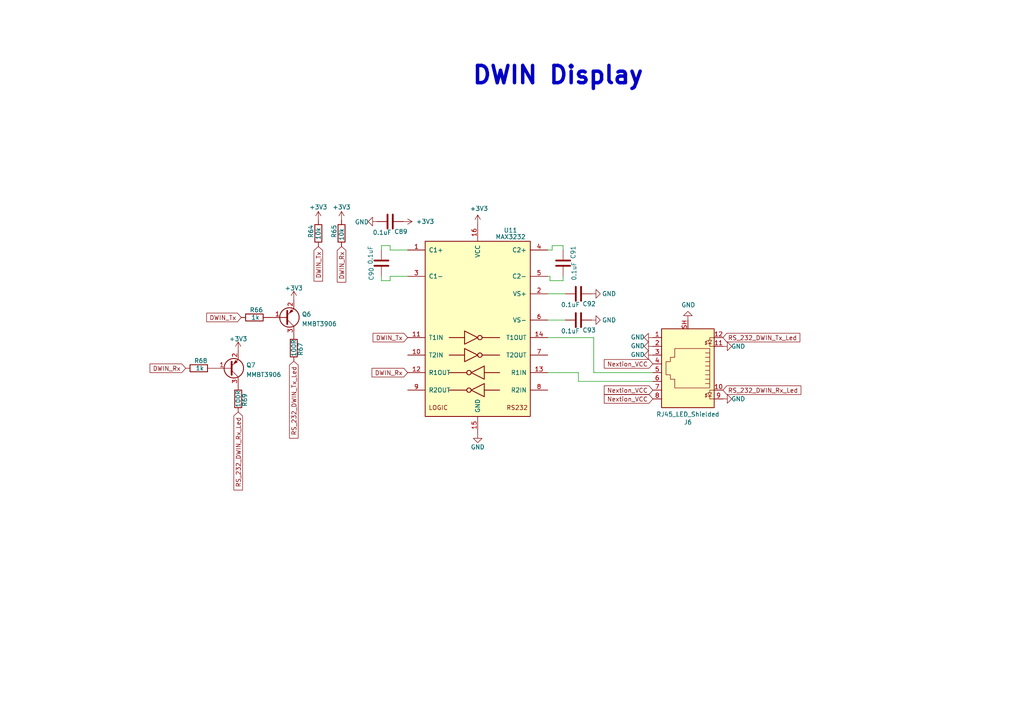
<source format=kicad_sch>
(kicad_sch (version 20211123) (generator eeschema)
  (paper "A4")
  (lib_symbols
    (symbol "Connector:RJ45_LED_Shielded" (pin_names (offset 1.016))
      (property "Reference" "J" (at -5.08 13.97 0))
      (property "Value" "RJ45_LED_Shielded" (at 1.27 13.97 0))
      (symbol "RJ45_LED_Shielded_0_1"
        (polyline (pts (xy -7.62 -7.62) (xy -6.35 -7.62)))
        (polyline (pts (xy -7.62 -5.08) (xy -6.35 -5.08)))
        (polyline (pts (xy -7.62 7.62) (xy -6.35 7.62)))
        (polyline (pts (xy -7.62 10.16) (xy -6.35 10.16)))
        (polyline (pts (xy -6.858 -5.842) (xy -5.842 -5.842)))
        (polyline (pts (xy -6.858 9.398) (xy -5.842 9.398)))
        (polyline (pts (xy -6.35 -7.62) (xy -6.35 -6.858)))
        (polyline (pts (xy -6.35 -5.08) (xy -6.35 -5.842)))
        (polyline (pts (xy -6.35 7.62) (xy -6.35 8.382)))
        (polyline (pts (xy -6.35 10.16) (xy -6.35 9.398)))
        (polyline (pts (xy -5.08 -6.223) (xy -5.207 -6.604)))
        (polyline (pts (xy -5.08 -5.588) (xy -5.207 -5.969)))
        (polyline (pts (xy -5.08 4.445) (xy -6.35 4.445)))
        (polyline (pts (xy -5.08 5.715) (xy -6.35 5.715)))
        (polyline (pts (xy -5.08 9.017) (xy -5.207 8.636)))
        (polyline (pts (xy -5.08 9.652) (xy -5.207 9.271)))
        (polyline (pts (xy -6.35 -3.175) (xy -5.08 -3.175) (xy -5.08 -3.175)))
        (polyline (pts (xy -6.35 -1.905) (xy -5.08 -1.905) (xy -5.08 -1.905)))
        (polyline (pts (xy -6.35 -0.635) (xy -5.08 -0.635) (xy -5.08 -0.635)))
        (polyline (pts (xy -6.35 0.635) (xy -5.08 0.635) (xy -5.08 0.635)))
        (polyline (pts (xy -6.35 1.905) (xy -5.08 1.905) (xy -5.08 1.905)))
        (polyline (pts (xy -5.588 -6.731) (xy -5.08 -6.223) (xy -5.461 -6.35)))
        (polyline (pts (xy -5.588 -6.096) (xy -5.08 -5.588) (xy -5.461 -5.715)))
        (polyline (pts (xy -5.588 8.509) (xy -5.08 9.017) (xy -5.461 8.89)))
        (polyline (pts (xy -5.588 9.144) (xy -5.08 9.652) (xy -5.461 9.525)))
        (polyline (pts (xy -5.08 3.175) (xy -6.35 3.175) (xy -6.35 3.175)))
        (polyline (pts (xy -6.35 -5.842) (xy -6.858 -6.858) (xy -5.842 -6.858) (xy -6.35 -5.842)))
        (polyline (pts (xy -6.35 9.398) (xy -6.858 8.382) (xy -5.842 8.382) (xy -6.35 9.398)))
        (polyline (pts (xy -6.35 -4.445) (xy -6.35 6.985) (xy 3.81 6.985) (xy 3.81 4.445) (xy 5.08 4.445) (xy 5.08 3.175) (xy 6.35 3.175) (xy 6.35 -0.635) (xy 5.08 -0.635) (xy 5.08 -1.905) (xy 3.81 -1.905) (xy 3.81 -4.445) (xy -6.35 -4.445) (xy -6.35 -4.445)))
        (rectangle (start 7.62 12.7) (end -7.62 -10.16) (stroke (width 0.254)) (fill (type background)))
      )
      (symbol "RJ45_LED_Shielded_1_1"
        (pin passive line (at 10.16 -7.62 180) (length 2.54) (name "~") (number "1"))
        (pin passive line (at -10.16 7.62 0) (length 2.54) (name "~") (number "10"))
        (pin passive line (at -10.16 -5.08 0) (length 2.54) (name "~") (number "11"))
        (pin passive line (at -10.16 -7.62 0) (length 2.54) (name "~") (number "12"))
        (pin passive line (at 10.16 -5.08 180) (length 2.54) (name "~") (number "2"))
        (pin passive line (at 10.16 -2.54 180) (length 2.54) (name "~") (number "3"))
        (pin passive line (at 10.16 0 180) (length 2.54) (name "~") (number "4"))
        (pin passive line (at 10.16 2.54 180) (length 2.54) (name "~") (number "5"))
        (pin passive line (at 10.16 5.08 180) (length 2.54) (name "~") (number "6"))
        (pin passive line (at 10.16 7.62 180) (length 2.54) (name "~") (number "7"))
        (pin passive line (at 10.16 10.16 180) (length 2.54) (name "~") (number "8"))
        (pin passive line (at -10.16 10.16 0) (length 2.54) (name "~") (number "9"))
        (pin passive line (at 0 -12.7 90) (length 2.54) (name "~") (number "SH"))
      )
    )
    (symbol "Device:C" (pin_numbers hide) (pin_names (offset 0.254))
      (property "Reference" "C" (at 0.635 2.54 0))
      (property "Value" "C" (at 0.635 -2.54 0))
      (symbol "C_0_1"
        (polyline (pts (xy -2.032 -0.762) (xy 2.032 -0.762)) (stroke (width 0.508)))
        (polyline (pts (xy -2.032 0.762) (xy 2.032 0.762)) (stroke (width 0.508)))
      )
      (symbol "C_1_1"
        (pin passive line (at 0 3.81 270) (length 2.794) (name "~") (number "1"))
        (pin passive line (at 0 -3.81 90) (length 2.794) (name "~") (number "2"))
      )
    )
    (symbol "Device:R" (pin_numbers hide) (pin_names (offset 0))
      (property "Reference" "R" (at 2.032 0 90))
      (property "Value" "R" (at 0 0 90))
      (symbol "R_0_1"
        (rectangle (start -1.016 -2.54) (end 1.016 2.54) (stroke (width 0.254)))
      )
      (symbol "R_1_1"
        (pin passive line (at 0 3.81 270) (length 1.27) (name "~") (number "1"))
        (pin passive line (at 0 -3.81 90) (length 1.27) (name "~") (number "2"))
      )
    )
    (symbol "Interface_UART:MAX3232" (pin_names (offset 1.016))
      (property "Reference" "U" (at -2.54 28.575 0))
      (property "Value" "MAX3232" (at -2.54 26.67 0))
      (symbol "MAX3232_0_0"
        (text "LOGIC" (at -11.43 -22.86 0) (effects (font (size 1.27 1.27))))
        (text "RS232" (at 11.43 -22.86 0) (effects (font (size 1.27 1.27))))
      )
      (symbol "MAX3232_0_1"
        (rectangle (start -15.24 -25.4) (end 15.24 25.4) (stroke (width 0.254)) (fill (type background)))
        (circle (center -2.54 -17.78) (radius 0.635) (stroke (width 0.254)))
        (circle (center -2.54 -12.7) (radius 0.635) (stroke (width 0.254)))
        (polyline (pts (xy -3.81 -7.62) (xy -8.255 -7.62)) (stroke (width 0.254)))
        (polyline (pts (xy -3.81 -2.54) (xy -8.255 -2.54)) (stroke (width 0.254)))
        (polyline (pts (xy -3.175 -17.78) (xy -8.255 -17.78)) (stroke (width 0.254)))
        (polyline (pts (xy -3.175 -12.7) (xy -8.255 -12.7)) (stroke (width 0.254)))
        (polyline (pts (xy 1.27 -7.62) (xy 6.35 -7.62)) (stroke (width 0.254)))
        (polyline (pts (xy 1.27 -2.54) (xy 6.35 -2.54)) (stroke (width 0.254)))
        (polyline (pts (xy 1.905 -17.78) (xy 6.35 -17.78)) (stroke (width 0.254)))
        (polyline (pts (xy 1.905 -12.7) (xy 6.35 -12.7)) (stroke (width 0.254)))
        (polyline (pts (xy -3.81 -5.715) (xy -3.81 -9.525) (xy 0 -7.62) (xy -3.81 -5.715)) (stroke (width 0.254)))
        (polyline (pts (xy -3.81 -0.635) (xy -3.81 -4.445) (xy 0 -2.54) (xy -3.81 -0.635)) (stroke (width 0.254)))
        (polyline (pts (xy 1.905 -15.875) (xy 1.905 -19.685) (xy -1.905 -17.78) (xy 1.905 -15.875)) (stroke (width 0.254)))
        (polyline (pts (xy 1.905 -10.795) (xy 1.905 -14.605) (xy -1.905 -12.7) (xy 1.905 -10.795)) (stroke (width 0.254)))
        (circle (center 0.635 -7.62) (radius 0.635) (stroke (width 0.254)))
        (circle (center 0.635 -2.54) (radius 0.635) (stroke (width 0.254)))
      )
      (symbol "MAX3232_1_1"
        (pin passive line (at -20.32 22.86 0) (length 5.08) (name "C1+") (number "1"))
        (pin input line (at -20.32 -7.62 0) (length 5.08) (name "T2IN") (number "10"))
        (pin input line (at -20.32 -2.54 0) (length 5.08) (name "T1IN") (number "11"))
        (pin output line (at -20.32 -12.7 0) (length 5.08) (name "R1OUT") (number "12"))
        (pin input line (at 20.32 -12.7 180) (length 5.08) (name "R1IN") (number "13"))
        (pin output line (at 20.32 -2.54 180) (length 5.08) (name "T1OUT") (number "14"))
        (pin power_in line (at 0 -30.48 90) (length 5.08) (name "GND") (number "15"))
        (pin power_in line (at 0 30.48 270) (length 5.08) (name "VCC") (number "16"))
        (pin power_out line (at 20.32 10.16 180) (length 5.08) (name "VS+") (number "2"))
        (pin passive line (at -20.32 15.24 0) (length 5.08) (name "C1-") (number "3"))
        (pin passive line (at 20.32 22.86 180) (length 5.08) (name "C2+") (number "4"))
        (pin passive line (at 20.32 15.24 180) (length 5.08) (name "C2-") (number "5"))
        (pin power_out line (at 20.32 2.54 180) (length 5.08) (name "VS-") (number "6"))
        (pin output line (at 20.32 -7.62 180) (length 5.08) (name "T2OUT") (number "7"))
        (pin input line (at 20.32 -17.78 180) (length 5.08) (name "R2IN") (number "8"))
        (pin output line (at -20.32 -17.78 0) (length 5.08) (name "R2OUT") (number "9"))
      )
    )
    (symbol "Transistor_BJT:MMBT3906" (pin_names (offset 0) hide)
      (property "Reference" "Q" (at 5.08 1.905 0))
      (property "Value" "MMBT3906" (at 5.08 0 0))
      (symbol "MMBT3906_0_1"
        (polyline (pts (xy 0.635 0.635) (xy 2.54 2.54)))
        (polyline (pts (xy 0.635 -0.635) (xy 2.54 -2.54) (xy 2.54 -2.54)))
        (polyline (pts (xy 0.635 1.905) (xy 0.635 -1.905) (xy 0.635 -1.905)) (stroke (width 0.508)))
        (polyline (pts (xy 2.286 -1.778) (xy 1.778 -2.286) (xy 1.27 -1.27) (xy 2.286 -1.778) (xy 2.286 -1.778)) (fill (type outline)))
        (circle (center 1.27 0) (radius 2.8194) (stroke (width 0.254)))
      )
      (symbol "MMBT3906_1_1"
        (pin input line (at -5.08 0 0) (length 5.715) (name "B") (number "1"))
        (pin passive line (at 2.54 -5.08 90) (length 2.54) (name "E") (number "2"))
        (pin passive line (at 2.54 5.08 270) (length 2.54) (name "C") (number "3"))
      )
    )
    (symbol "power:+3.3V" (power) (pin_names (offset 0))
      (property "Value" "+3.3V" (at 0 3.556 0))
      (symbol "+3.3V_0_1"
        (polyline (pts (xy -0.762 1.27) (xy 0 2.54)))
        (polyline (pts (xy 0 0) (xy 0 2.54)))
        (polyline (pts (xy 0 2.54) (xy 0.762 1.27)))
      )
      (symbol "+3.3V_1_1"
        (pin power_in line (at 0 0 90) (length 0) hide (name "+3V3") (number "1"))
      )
    )
    (symbol "power:GND" (power) (pin_names (offset 0))
      (property "Value" "GND" (at 0 -3.81 0))
      (symbol "GND_0_1"
        (polyline (pts (xy 0 0) (xy 0 -1.27) (xy 1.27 -1.27) (xy 0 -2.54) (xy -1.27 -1.27) (xy 0 -1.27)))
      )
      (symbol "GND_1_1"
        (pin power_in line (at 0 0 270) (length 0) hide (name "GND") (number "1"))
      )
    )
  )
  (wire (pts (xy 167.767 110.617) (xy 167.767 108.077)))
  (wire (pts (xy 163.322 81.407) (xy 163.322 80.137)))
  (wire (pts (xy 158.877 85.217) (xy 163.957 85.217)))
  (wire (pts (xy 160.147 72.517) (xy 160.147 71.247)))
  (wire (pts (xy 158.877 80.137) (xy 159.512 80.137)))
  (wire (pts (xy 159.512 80.137) (xy 159.512 81.407)))
  (wire (pts (xy 110.617 81.407) (xy 113.157 81.407)))
  (wire (pts (xy 172.212 97.917) (xy 158.877 97.917)))
  (wire (pts (xy 113.157 80.137) (xy 118.237 80.137)))
  (wire (pts (xy 167.767 108.077) (xy 158.877 108.077)))
  (wire (pts (xy 113.157 81.407) (xy 113.157 80.137)))
  (wire (pts (xy 110.617 80.137) (xy 110.617 81.407)))
  (wire (pts (xy 110.617 72.517) (xy 110.617 71.247)))
  (wire (pts (xy 189.357 110.617) (xy 167.767 110.617)))
  (wire (pts (xy 172.212 108.077) (xy 172.212 97.917)))
  (wire (pts (xy 160.147 71.247) (xy 163.322 71.247)))
  (wire (pts (xy 110.617 71.247) (xy 113.157 71.247)))
  (wire (pts (xy 189.357 108.077) (xy 172.212 108.077)))
  (wire (pts (xy 163.957 92.837) (xy 158.877 92.837)))
  (wire (pts (xy 163.322 71.247) (xy 163.322 72.517)))
  (wire (pts (xy 113.157 72.517) (xy 118.237 72.517)))
  (wire (pts (xy 158.877 72.517) (xy 160.147 72.517)))
  (wire (pts (xy 159.512 81.407) (xy 163.322 81.407)))
  (wire (pts (xy 113.157 71.247) (xy 113.157 72.517)))
  (text "DWIN Display" (at 136.652 24.892 0) (effects (font (size 5.0038 5.0038) (thickness 1.0008) bold) (justify left bottom)))
  (global_label "DWIN_Rx" (shape input) (at 99.06 71.501 270) (property "Intersheet References" "${INTERSHEET_REFS}" (effects hide)))
  (global_label "DWIN_Rx" (shape input) (at 53.848 106.807 180) (property "Intersheet References" "${INTERSHEET_REFS}" (effects hide)))
  (global_label "DWIN_Tx" (shape input) (at 92.329 71.501 270) (property "Intersheet References" "${INTERSHEET_REFS}" (effects hide)))
  (global_label "DWIN_Tx" (shape input) (at 69.977 92.075 180) (property "Intersheet References" "${INTERSHEET_REFS}" (effects hide)))
  (global_label "Nextion_VCC" (shape input) (at 189.357 105.537 180) (property "Intersheet References" "${INTERSHEET_REFS}" (effects hide)))
  (global_label "RS_232_DWIN_Rx_Led" (shape input) (at 209.677 113.157 0) (property "Intersheet References" "${INTERSHEET_REFS}" (effects hide)))
  (global_label "DWIN_Rx" (shape input) (at 118.237 108.077 180) (property "Intersheet References" "${INTERSHEET_REFS}" (effects hide)))
  (global_label "Nextion_VCC" (shape input) (at 189.357 115.697 180) (property "Intersheet References" "${INTERSHEET_REFS}" (effects hide)))
  (global_label "RS_232_DWIN_Tx_Led" (shape input) (at 85.217 104.775 270) (property "Intersheet References" "${INTERSHEET_REFS}" (effects hide)))
  (global_label "RS_232_DWIN_Rx_Led" (shape input) (at 69.088 119.507 270) (property "Intersheet References" "${INTERSHEET_REFS}" (effects hide)))
  (global_label "DWIN_Tx" (shape input) (at 118.237 97.917 180) (property "Intersheet References" "${INTERSHEET_REFS}" (effects hide)))
  (global_label "RS_232_DWIN_Tx_Led" (shape input) (at 209.677 97.917 0) (property "Intersheet References" "${INTERSHEET_REFS}" (effects hide)))
  (global_label "Nextion_VCC" (shape input) (at 189.357 113.157 180) (property "Intersheet References" "${INTERSHEET_REFS}" (effects hide)))
  (symbol (lib_id "Connector:RJ45_LED_Shielded") (at 199.517 105.537 180) (unit 1)
    (property "Reference" "J6" (at 199.517 122.4788 0))
    (property "Value" "RJ45_LED_Shielded" (at 199.517 120.1674 0))
    (property "Footprint" "Connector_RJ:RJ45_Amphenol_RJHSE538X" (effects hide))
  )
  (symbol (lib_id "Device:C") (at 163.322 76.327 0) (unit 1)
    (property "Reference" "C91" (at 166.243 75.1586 90) (effects (justify left)))
    (property "Value" "0.1uF" (at 166.497 81.407 90) (effects (justify left)))
    (property "Footprint" "Capacitor_SMD:C_0603_1608Metric" (effects hide))
  )
  (symbol (lib_id "Transistor_BJT:MMBT3906") (at 66.548 106.807 0) (mirror x) (unit 1)
    (property "Reference" "Q7" (at 71.3994 105.8985 0) (effects (justify left)))
    (property "Value" "MMBT3906" (at 71.3994 108.6736 0) (effects (justify left)))
    (property "Footprint" "Package_TO_SOT_SMD:SOT-23" (effects hide))
    (property "Datasheet" "https://www.onsemi.com/pub/Collateral/2N3906-D.PDF" (effects hide))
  )
  (symbol (lib_id "power:GND") (at 189.357 97.917 270) (mirror x) (unit 1)
    (property "Reference" "#PWR0231" (effects hide))
    (property "Value" "GND" (at 184.9628 97.79 90))
  )
  (symbol (lib_id "power:GND") (at 199.517 92.837 0) (mirror x) (unit 1)
    (property "Reference" "#PWR0228" (effects hide))
    (property "Value" "GND" (at 199.644 88.4428 0))
  )
  (symbol (lib_id "Device:C") (at 110.617 76.327 180) (unit 1)
    (property "Reference" "C90" (at 107.696 77.4954 90) (effects (justify left)))
    (property "Value" "0.1uF" (at 107.442 71.247 90) (effects (justify left)))
    (property "Footprint" "Capacitor_SMD:C_0603_1608Metric" (effects hide))
  )
  (symbol (lib_id "Device:R") (at 73.787 92.075 90) (mirror x) (unit 1)
    (property "Reference" "R66" (at 76.327 89.916 90) (effects (justify left)))
    (property "Value" "1k" (at 75.311 92.075 90) (effects (justify left)))
    (property "Footprint" "Resistor_SMD:R_0603_1608Metric" (effects hide))
  )
  (symbol (lib_id "Device:C") (at 167.767 92.837 270) (unit 1)
    (property "Reference" "C93" (at 168.9354 95.758 90) (effects (justify left)))
    (property "Value" "0.1uF" (at 162.687 96.012 90) (effects (justify left)))
    (property "Footprint" "Capacitor_SMD:C_0603_1608Metric" (effects hide))
  )
  (symbol (lib_id "power:+3.3V") (at 116.967 64.262 270) (unit 1)
    (property "Reference" "#PWR0223" (effects hide))
    (property "Value" "+3.3V" (at 123.317 64.262 90))
  )
  (symbol (lib_id "Device:C") (at 167.767 85.217 270) (unit 1)
    (property "Reference" "C92" (at 168.9354 88.138 90) (effects (justify left)))
    (property "Value" "0.1uF" (at 162.687 88.392 90) (effects (justify left)))
    (property "Footprint" "Capacitor_SMD:C_0603_1608Metric" (effects hide))
  )
  (symbol (lib_id "power:GND") (at 189.357 102.997 270) (mirror x) (unit 1)
    (property "Reference" "#PWR0379" (effects hide))
    (property "Value" "GND" (at 184.9628 102.87 90))
  )
  (symbol (lib_id "power:GND") (at 209.677 115.697 90) (mirror x) (unit 1)
    (property "Reference" "#PWR0232" (effects hide))
    (property "Value" "GND" (at 214.122 115.697 90))
  )
  (symbol (lib_id "power:+3.3V") (at 138.557 64.897 0) (unit 1)
    (property "Reference" "#PWR0224" (effects hide))
    (property "Value" "+3.3V" (at 138.938 60.5028 0))
  )
  (symbol (lib_id "power:+3.3V") (at 69.088 101.727 0) (mirror y) (unit 1)
    (property "Reference" "#PWR0230" (effects hide))
    (property "Value" "+3.3V" (at 69.088 98.298 0))
  )
  (symbol (lib_id "power:GND") (at 138.557 125.857 0) (unit 1)
    (property "Reference" "#PWR0233" (effects hide))
    (property "Value" "GND" (at 138.557 129.667 0))
  )
  (symbol (lib_id "Device:R") (at 99.06 67.691 0) (mirror x) (unit 1)
    (property "Reference" "R65" (at 96.901 65.151 90) (effects (justify left)))
    (property "Value" "10k" (at 99.06 66.167 90) (effects (justify left)))
    (property "Footprint" "Resistor_SMD:R_0603_1608Metric" (effects hide))
  )
  (symbol (lib_id "Device:C") (at 113.157 64.262 270) (unit 1)
    (property "Reference" "C89" (at 114.3254 67.183 90) (effects (justify left)))
    (property "Value" "0.1uF" (at 108.077 67.437 90) (effects (justify left)))
    (property "Footprint" "Capacitor_SMD:C_0603_1608Metric" (effects hide))
  )
  (symbol (lib_id "Device:R") (at 92.329 67.691 0) (mirror x) (unit 1)
    (property "Reference" "R64" (at 90.17 65.151 90) (effects (justify left)))
    (property "Value" "10k" (at 92.329 65.913 90) (effects (justify left)))
    (property "Footprint" "Resistor_SMD:R_0603_1608Metric" (effects hide))
  )
  (symbol (lib_id "Transistor_BJT:MMBT3906") (at 82.677 92.075 0) (mirror x) (unit 1)
    (property "Reference" "Q6" (at 87.5284 91.1665 0) (effects (justify left)))
    (property "Value" "MMBT3906" (at 87.5284 93.9416 0) (effects (justify left)))
    (property "Footprint" "Package_TO_SOT_SMD:SOT-23" (effects hide))
    (property "Datasheet" "https://www.onsemi.com/pub/Collateral/2N3906-D.PDF" (effects hide))
  )
  (symbol (lib_id "Interface_UART:MAX3232") (at 138.557 95.377 0) (unit 1)
    (property "Reference" "U11" (at 148.082 66.802 0))
    (property "Value" "MAX3232" (at 148.082 68.707 0))
    (property "Footprint" "Package_SO:SOP-16_3.9x9.9mm_P1.27mm" (effects hide))
    (property "Datasheet" "https://datasheets.maximintegrated.com/en/ds/MAX3222-MAX3241.pdf" (effects hide))
  )
  (symbol (lib_id "power:GND") (at 171.577 92.837 90) (unit 1)
    (property "Reference" "#PWR0227" (effects hide))
    (property "Value" "GND" (at 176.657 92.837 90))
  )
  (symbol (lib_id "power:+3.3V") (at 85.217 86.995 0) (mirror y) (unit 1)
    (property "Reference" "#PWR0226" (effects hide))
    (property "Value" "+3.3V" (at 85.217 83.566 0))
  )
  (symbol (lib_id "Device:R") (at 69.088 115.697 0) (mirror y) (unit 1)
    (property "Reference" "R69" (at 70.993 117.983 90) (effects (justify left)))
    (property "Value" "100R" (at 69.088 118.237 90) (effects (justify left)))
    (property "Footprint" "Resistor_SMD:R_0603_1608Metric" (effects hide))
  )
  (symbol (lib_id "power:GND") (at 189.357 100.457 270) (mirror x) (unit 1)
    (property "Reference" "#PWR0378" (effects hide))
    (property "Value" "GND" (at 184.9628 100.33 90))
  )
  (symbol (lib_id "power:GND") (at 171.577 85.217 90) (unit 1)
    (property "Reference" "#PWR0225" (effects hide))
    (property "Value" "GND" (at 176.657 85.217 90))
  )
  (symbol (lib_id "power:GND") (at 109.347 64.262 270) (unit 1)
    (property "Reference" "#PWR0222" (effects hide))
    (property "Value" "GND" (at 104.9528 64.389 90))
  )
  (symbol (lib_id "Device:R") (at 57.658 106.807 90) (mirror x) (unit 1)
    (property "Reference" "R68" (at 60.198 104.648 90) (effects (justify left)))
    (property "Value" "1k" (at 59.182 106.807 90) (effects (justify left)))
    (property "Footprint" "Resistor_SMD:R_0603_1608Metric" (effects hide))
  )
  (symbol (lib_id "Device:R") (at 85.217 100.965 0) (mirror y) (unit 1)
    (property "Reference" "R67" (at 87.122 103.251 90) (effects (justify left)))
    (property "Value" "100R" (at 85.217 103.505 90) (effects (justify left)))
    (property "Footprint" "Resistor_SMD:R_0603_1608Metric" (effects hide))
  )
  (symbol (lib_id "power:+3.3V") (at 92.329 63.881 0) (mirror y) (unit 1)
    (property "Reference" "#PWR0220" (effects hide))
    (property "Value" "+3.3V" (at 92.329 60.071 0))
  )
  (symbol (lib_id "power:+3.3V") (at 99.06 63.881 0) (mirror y) (unit 1)
    (property "Reference" "#PWR0221" (effects hide))
    (property "Value" "+3.3V" (at 99.06 60.071 0))
  )
  (symbol (lib_id "power:GND") (at 209.677 100.457 90) (mirror x) (unit 1)
    (property "Reference" "#PWR0229" (effects hide))
    (property "Value" "GND" (at 214.122 100.457 90))
  )
)
</source>
